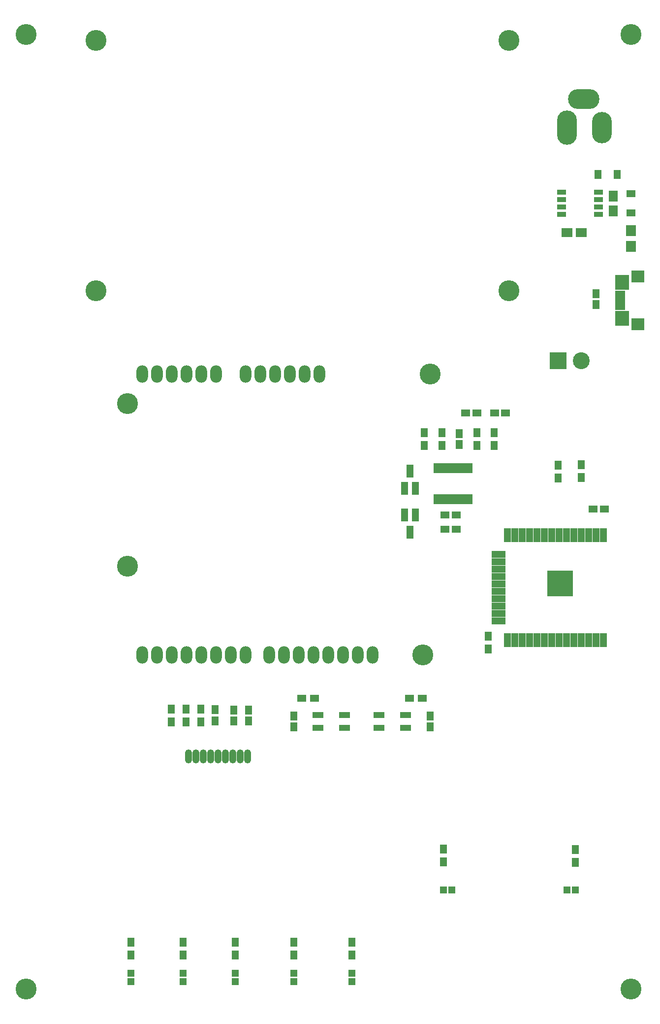
<source format=gts>
G04 #@! TF.FileFunction,Soldermask,Top*
%FSLAX46Y46*%
G04 Gerber Fmt 4.6, Leading zero omitted, Abs format (unit mm)*
G04 Created by KiCad (PCBNEW 4.0.1-stable) date Monday, 18 September 2017 'pmt' 22:45:53*
%MOMM*%
G01*
G04 APERTURE LIST*
%ADD10C,0.100000*%
%ADD11R,2.900000X2.900000*%
%ADD12C,2.900000*%
%ADD13O,1.250000X2.400000*%
%ADD14C,3.600000*%
%ADD15R,1.900000X1.650000*%
%ADD16R,1.150000X1.600000*%
%ADD17R,1.650000X1.900000*%
%ADD18R,1.600000X1.150000*%
%ADD19O,3.400000X5.400000*%
%ADD20O,3.400000X5.900000*%
%ADD21O,5.400000X3.400000*%
%ADD22R,1.197560X1.197560*%
%ADD23R,1.310000X1.620000*%
%ADD24R,1.620000X1.310000*%
%ADD25R,1.700000X1.900000*%
%ADD26R,1.200100X2.200860*%
%ADD27R,1.300000X1.600000*%
%ADD28R,1.600000X1.300000*%
%ADD29R,1.900000X1.100000*%
%ADD30R,1.543000X0.908000*%
%ADD31R,1.300000X2.400000*%
%ADD32R,2.400000X1.300000*%
%ADD33R,4.400000X4.400000*%
%ADD34R,0.806400X1.670000*%
%ADD35R,1.750000X0.800000*%
%ADD36R,2.400000X2.500000*%
%ADD37R,2.300000X2.000000*%
%ADD38O,2.000000X3.000000*%
G04 APERTURE END LIST*
D10*
D11*
X94520000Y111000000D03*
D12*
X98480000Y111000000D03*
D13*
X30920000Y43000000D03*
X32190000Y43000000D03*
X33460000Y43000000D03*
X34730000Y43000000D03*
X36000000Y43000000D03*
X37270000Y43000000D03*
X38540000Y43000000D03*
X39810000Y43000000D03*
X41080000Y43000000D03*
D14*
X3000000Y167000000D03*
D15*
X98500000Y133000000D03*
X96000000Y133000000D03*
D16*
X38750000Y49050000D03*
X38750000Y50950000D03*
X41250000Y50950000D03*
X41250000Y49050000D03*
X35500000Y51000000D03*
X35500000Y49100000D03*
D17*
X104000000Y139250000D03*
X104000000Y136750000D03*
D16*
X72500000Y49950000D03*
X72500000Y48050000D03*
D18*
X75050000Y84500000D03*
X76950000Y84500000D03*
X100550000Y85500000D03*
X102450000Y85500000D03*
D16*
X101000000Y122500000D03*
X101000000Y120600000D03*
D18*
X75050000Y82000000D03*
X76950000Y82000000D03*
X80500000Y102000000D03*
X78600000Y102000000D03*
D16*
X77500000Y96550000D03*
X77500000Y98450000D03*
D18*
X83550000Y102000000D03*
X85450000Y102000000D03*
D16*
X49000000Y49950000D03*
X49000000Y48050000D03*
D19*
X102000000Y151000000D03*
D20*
X96000000Y151000000D03*
D21*
X98950000Y155900000D03*
D22*
X74750700Y20000000D03*
X76249300Y20000000D03*
X97498600Y20000000D03*
X96000000Y20000000D03*
D23*
X104635000Y143000000D03*
X101365000Y143000000D03*
D22*
X21000000Y4250700D03*
X21000000Y5749300D03*
D24*
X107000000Y139635000D03*
X107000000Y136365000D03*
D22*
X39000000Y4250700D03*
X39000000Y5749300D03*
X30000000Y4250700D03*
X30000000Y5749300D03*
X59000000Y5749300D03*
X59000000Y4250700D03*
X49000000Y5749300D03*
X49000000Y4250700D03*
D25*
X107000000Y133350000D03*
X107000000Y130650000D03*
D26*
X69950000Y84501140D03*
X68050000Y84501140D03*
X69000000Y81498860D03*
X68050000Y89000000D03*
X69950000Y89000000D03*
X69000000Y92002280D03*
D27*
X28000000Y51150000D03*
X28000000Y48950000D03*
X74750000Y27100000D03*
X74750000Y24900000D03*
X97500000Y27000000D03*
X97500000Y24800000D03*
X94500000Y93000000D03*
X94500000Y90800000D03*
X98500000Y90900000D03*
X98500000Y93100000D03*
X21000000Y8900000D03*
X21000000Y11100000D03*
D28*
X71100000Y53000000D03*
X68900000Y53000000D03*
D27*
X71500000Y98600000D03*
X71500000Y96400000D03*
X74500000Y96400000D03*
X74500000Y98600000D03*
X80500000Y96400000D03*
X80500000Y98600000D03*
X83500000Y96400000D03*
X83500000Y98600000D03*
X82500000Y63600000D03*
X82500000Y61400000D03*
X33000000Y51150000D03*
X33000000Y48950000D03*
X30500000Y51150000D03*
X30500000Y48950000D03*
D28*
X50400000Y53000000D03*
X52600000Y53000000D03*
D27*
X39000000Y8900000D03*
X39000000Y11100000D03*
X30000000Y8900000D03*
X30000000Y11100000D03*
X59000000Y11100000D03*
X59000000Y8900000D03*
X49000000Y11100000D03*
X49000000Y8900000D03*
D29*
X68300000Y50100000D03*
X68300000Y47900000D03*
X63700000Y50100000D03*
X63700000Y47900000D03*
X57800000Y50100000D03*
X57800000Y47900000D03*
X53200000Y50100000D03*
X53200000Y47900000D03*
D30*
X101425000Y139905000D03*
X101425000Y138635000D03*
X101425000Y137365000D03*
X101425000Y136095000D03*
X95075000Y136095000D03*
X95075000Y137365000D03*
X95075000Y138635000D03*
X95075000Y139905000D03*
D31*
X102260000Y81000000D03*
X100990000Y81000000D03*
X99720000Y81000000D03*
X98450000Y81000000D03*
X97180000Y81000000D03*
X95910000Y81000000D03*
X94640000Y81000000D03*
X93370000Y81000000D03*
X92100000Y81000000D03*
X90830000Y81000000D03*
X89560000Y81000000D03*
X88290000Y81000000D03*
X87020000Y81000000D03*
X85750000Y81000000D03*
D32*
X84250000Y77720000D03*
X84250000Y76450000D03*
X84250000Y75180000D03*
X84250000Y73910000D03*
X84250000Y72640000D03*
X84250000Y71370000D03*
X84250000Y70100000D03*
X84250000Y68830000D03*
X84250000Y67560000D03*
X84250000Y66290000D03*
D31*
X85750000Y63000000D03*
X87020000Y63000000D03*
X88290000Y63000000D03*
X89560000Y63000000D03*
X90830000Y63000000D03*
X92100000Y63000000D03*
X93370000Y63000000D03*
X94640000Y63000000D03*
X95910000Y63000000D03*
X97180000Y63000000D03*
X98450000Y63000000D03*
X99720000Y63000000D03*
X100990000Y63000000D03*
X102260000Y63000000D03*
D33*
X94850000Y72700000D03*
D34*
X73500000Y87166000D03*
X74135000Y87166000D03*
X74795400Y87166000D03*
X75455800Y87166000D03*
X76090800Y87166000D03*
X76751200Y87166000D03*
X77411600Y87166000D03*
X78046600Y87166000D03*
X78707000Y87166000D03*
X79342000Y87166000D03*
X79342000Y92500000D03*
X78707000Y92500000D03*
X78046600Y92500000D03*
X77411600Y92500000D03*
X76751200Y92500000D03*
X76090800Y92500000D03*
X75455800Y92500000D03*
X74795400Y92500000D03*
X74135000Y92500000D03*
X73500000Y92500000D03*
D14*
X107000000Y3000000D03*
X3000000Y3000000D03*
X107000000Y167000000D03*
X15000000Y123000000D03*
X15000000Y166000000D03*
X86000000Y166000000D03*
X86000000Y123000000D03*
D35*
X105200000Y122650000D03*
X105200000Y122000000D03*
X105200000Y121350000D03*
X105200000Y120700000D03*
X105200000Y120050000D03*
D36*
X105525000Y118250000D03*
X105525000Y124450000D03*
D37*
X108225000Y117250000D03*
X108225000Y125450000D03*
D14*
X72530000Y108710000D03*
X71260000Y60450000D03*
X20460000Y75690000D03*
X20460000Y103630000D03*
D38*
X23000000Y60450000D03*
X25540000Y60450000D03*
X28080000Y60450000D03*
X30620000Y60450000D03*
X33160000Y60450000D03*
X35700000Y60450000D03*
X38240000Y60450000D03*
X40780000Y60450000D03*
X44844000Y60450000D03*
X47384000Y60450000D03*
X49924000Y60450000D03*
X52464000Y60450000D03*
X55004000Y60450000D03*
X57544000Y60450000D03*
X60084000Y60450000D03*
X62624000Y60450000D03*
X23000000Y108710000D03*
X25540000Y108710000D03*
X28080000Y108710000D03*
X30620000Y108710000D03*
X33160000Y108710000D03*
X35700000Y108710000D03*
X40780000Y108710000D03*
X43320000Y108710000D03*
X45860000Y108710000D03*
X48400000Y108710000D03*
X50940000Y108710000D03*
X53480000Y108710000D03*
M02*

</source>
